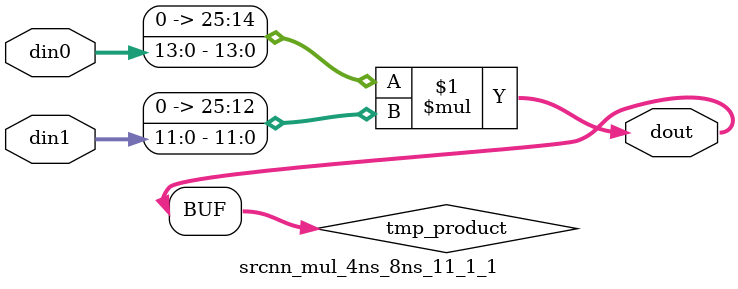
<source format=v>

`timescale 1 ns / 1 ps

  module srcnn_mul_4ns_8ns_11_1_1(din0, din1, dout);
parameter ID = 1;
parameter NUM_STAGE = 0;
parameter din0_WIDTH = 14;
parameter din1_WIDTH = 12;
parameter dout_WIDTH = 26;

input [din0_WIDTH - 1 : 0] din0; 
input [din1_WIDTH - 1 : 0] din1; 
output [dout_WIDTH - 1 : 0] dout;

wire signed [dout_WIDTH - 1 : 0] tmp_product;










assign tmp_product = $signed({1'b0, din0}) * $signed({1'b0, din1});











assign dout = tmp_product;







endmodule

</source>
